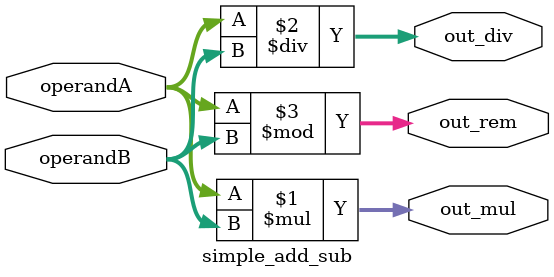
<source format=sv>
module simple_add_sub (
  input  [7:0] operandA, operandB,        // два входных 8-ми битных операнда
  output [15:0] out_mul, out_div, out_rem // Для умножения, чтобы избежать переполения выходная
                                          //   разрядность должна быть не меньше, чем сумма
                                          //   разрядностей операндов для беззнаковго случая и сумма
                                          //   разрядностей операндов -1 для знакового. Для данного 
                                          //   случая это 16 бит и 15 бит. Для знакового случая
                                          //   разрядность меньше из-за наличия старшего бита знака.
);
  assign out_mul = operandA * operandB; // Умножение 8 * 8 = 64
  assign out_div = operandA / operandB; // Деление 16 / 3 = 5. Округление до целого числа вниз.
  assign out_rem = operandA % operandB; // Остаток от деления 16 % 3 = 1
  // ВАЖНО. Использование операций деления и остаток от деления не используется в синтезируемом
  //   коде, только для симуляции. Так как дает очень сложную реализацию по площади и очень плохие
  //   тайминги. Например в процессорах деление реализуется итерационными алгоритмами.
endmodule

</source>
